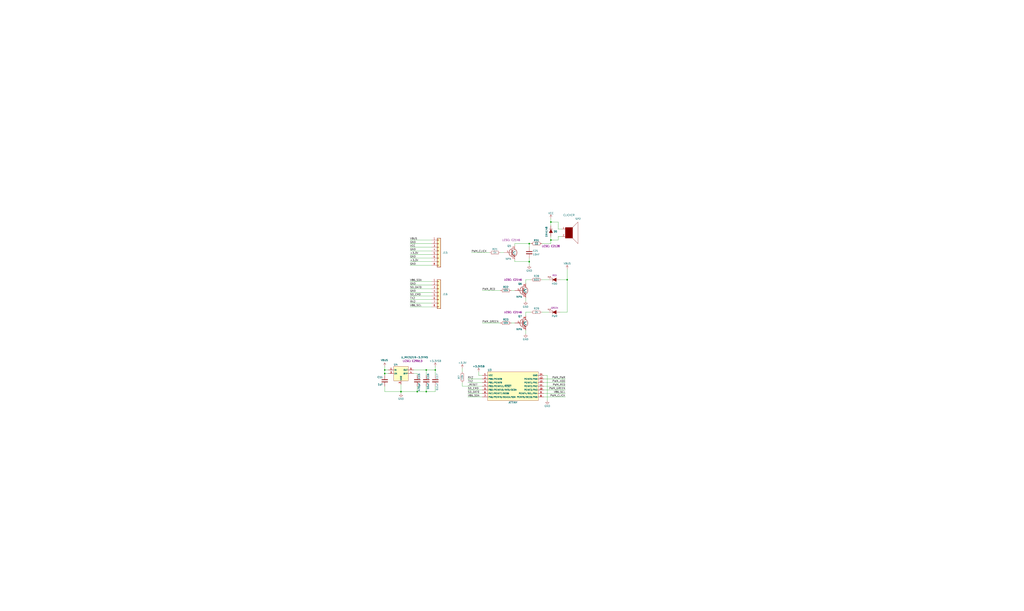
<source format=kicad_sch>
(kicad_sch (version 20250114) (generator "eeschema") (generator_version "9.0")
  (paper "User" 720 429.997)
  (title_block (title "MiniCamel") (date "2024-06-18") (rev "0.1") (company "Matt Schultz") (comment 1 "Based on TinyLlama 2 by Eivind Bøhler"))
  (lib_symbols
    (symbol "Connector_Generic:Conn_01x08" (pin_names (offset 1.016) (hide yes))
      (property "Reference" "J" (at 0 10.16 0))
      (property "Value" "Conn_01x08" (at 0 -12.7 0))
      (symbol "Conn_01x08_1_1"
        (rectangle (start -1.27 8.89) (end 1.27 -11.43) (stroke (width 0.254)) (fill (type background)))
        (rectangle (start -1.27 7.747) (end 0 7.493) (stroke (width 0.1524)))
        (rectangle (start -1.27 5.207) (end 0 4.953) (stroke (width 0.1524)))
        (rectangle (start -1.27 2.667) (end 0 2.413) (stroke (width 0.1524)))
        (rectangle (start -1.27 0.127) (end 0 -0.127) (stroke (width 0.1524)))
        (rectangle (start -1.27 -2.413) (end 0 -2.667) (stroke (width 0.1524)))
        (rectangle (start -1.27 -4.953) (end 0 -5.207) (stroke (width 0.1524)))
        (rectangle (start -1.27 -7.493) (end 0 -7.747) (stroke (width 0.1524)))
        (rectangle (start -1.27 -10.033) (end 0 -10.287) (stroke (width 0.1524)))
        (pin passive line (at -5.08 7.62 0) (length 3.81) (name "Pin_1") (number "1"))
        (pin passive line (at -5.08 5.08 0) (length 3.81) (name "Pin_2") (number "2"))
        (pin passive line (at -5.08 2.54 0) (length 3.81) (name "Pin_3") (number "3"))
        (pin passive line (at -5.08 0 0) (length 3.81) (name "Pin_4") (number "4"))
        (pin passive line (at -5.08 -2.54 0) (length 3.81) (name "Pin_5") (number "5"))
        (pin passive line (at -5.08 -5.08 0) (length 3.81) (name "Pin_6") (number "6"))
        (pin passive line (at -5.08 -7.62 0) (length 3.81) (name "Pin_7") (number "7"))
        (pin passive line (at -5.08 -10.16 0) (length 3.81) (name "Pin_8") (number "8"))
      )
    )
    (symbol "llama_shared:+3.3V" (power) (pin_names (offset 0))
      (property "Value" "+3.3V" (at 0 3.81 0))
      (symbol "+3.3V_1_1"
        (polyline (pts (xy -0.762 1.27) (xy 0 2.54)))
        (polyline (pts (xy 0 2.54) (xy 0.762 1.27)))
        (polyline (pts (xy 0 0) (xy 0 2.54)))
        (pin power_in line (at 0 0 90) (length 0) (hide yes) (name "+3.3V") (number "1"))
      )
    )
    (symbol "llama_shared:+3.3VSB" (power) (pin_names (offset 0))
      (property "Value" "+3.3VSB" (at 0 3.81 0))
      (symbol "+3.3VSB_1_1"
        (polyline (pts (xy -0.762 1.27) (xy 0 2.54)))
        (polyline (pts (xy 0 2.54) (xy 0.762 1.27)))
        (polyline (pts (xy 0 0) (xy 0 2.54)))
        (pin power_in line (at 0 0 90) (length 0) (hide yes) (name "+3.3VSB") (number "1"))
      )
    )
    (symbol "llama_shared:+5VSB" (power) (pin_names (offset 0))
      (property "Value" "+5VSB" (at 0 3.81 0))
      (symbol "+5VSB_1_1"
        (polyline (pts (xy -0.762 1.27) (xy 0 2.54)))
        (polyline (pts (xy 0 2.54) (xy 0.762 1.27)))
        (polyline (pts (xy 0 0) (xy 0 2.54)))
        (pin power_in line (at 0 0 90) (length 0) (hide yes) (name "+5VSB") (number "1"))
      )
    )
    (symbol "llama_shared:C" (pin_numbers (hide yes)) (pin_names (offset 1.016))
      (property "Reference" "C" (at 2.54 -1.27 0))
      (property "Value" "C" (at 2.54 1.27 0))
      (symbol "C_1_1"
        (polyline (pts (xy -2.032 0.762) (xy 2.032 0.762)) (stroke (width 0.508)))
        (polyline (pts (xy -2.032 -0.762) (xy 2.032 -0.762)) (stroke (width 0.508)))
        (pin passive line (at 0 3.81 270) (length 2.794) (name "~") (number "1"))
        (pin passive line (at 0 -3.81 90) (length 2.794) (name "~") (number "2"))
      )
    )
    (symbol "llama_shared:D" (pin_numbers (hide yes)) (pin_names (offset 1.016) (hide yes))
      (property "Reference" "D" (at 0 2.54 0))
      (property "Value" "D" (at 0 -2.54 0))
      (symbol "D_1_1"
        (polyline (pts (xy -1.27 1.27) (xy -1.27 -1.27)) (stroke (width 0.1524)))
        (polyline (pts (xy 1.27 1.27) (xy -1.27 0) (xy 1.27 -1.27) (xy 1.27 1.27)) (fill (type outline)))
        (pin passive line (at -3.81 0 0) (length 2.54) (name "K") (number "1"))
        (pin passive line (at 3.81 0 180) (length 2.54) (name "A") (number "2"))
      )
    )
    (symbol "llama_shared:D_LED" (pin_numbers (hide yes)) (pin_names (offset 1.016) (hide yes))
      (property "Reference" "D" (at 0 2.54 0))
      (property "Value" "D_LED" (at 0 -3.81 0))
      (symbol "D_LED_1_1"
        (polyline (pts (xy -3.048 -0.762) (xy -4.572 -2.286) (xy -3.81 -2.286) (xy -4.572 -2.286) (xy -4.572 -1.524)))
        (polyline (pts (xy -1.778 -0.762) (xy -3.302 -2.286) (xy -2.54 -2.286) (xy -3.302 -2.286) (xy -3.302 -1.524)))
        (polyline (pts (xy -1.27 0) (xy 1.27 0)))
        (polyline (pts (xy -1.27 -1.27) (xy -1.27 1.27)) (stroke (width 0.2032)))
        (polyline (pts (xy 1.27 -1.27) (xy 1.27 1.27) (xy -1.27 0) (xy 1.27 -1.27)) (stroke (width 0.2032)) (fill (type outline)))
        (pin passive line (at -3.81 0 0) (length 2.54) (name "K") (number "1"))
        (pin passive line (at 3.81 0 180) (length 2.54) (name "A") (number "2"))
      )
    )
    (symbol "llama_shared:GND" (power) (pin_names (offset 0))
      (property "Value" "GND" (at 0 -3.81 0))
      (symbol "GND_1_1"
        (polyline (pts (xy 0 0) (xy 0 -1.27) (xy 1.27 -1.27) (xy 0 -2.54) (xy -1.27 -1.27) (xy 0 -1.27)))
        (pin power_in line (at 0 0 270) (length 0) (hide yes) (name "GND") (number "1"))
      )
    )
    (symbol "llama_shared:Q_NPN_BEC" (pin_names (offset 1.016))
      (property "Reference" "Q" (at -2.54 3.81 0))
      (property "Value" "Q_NPN_BEC" (at 6.35 -3.81 0))
      (symbol "Q_NPN_BEC_1_1"
        (polyline (pts (xy -1.27 0) (xy -0.635 0)))
        (polyline (pts (xy -0.635 1.905) (xy -0.635 -1.905) (xy -0.635 -1.905)) (stroke (width 0.508)))
        (circle (center 0 0) (radius 2.8194) (stroke (width 0.254)))
        (polyline (pts (xy 0.127 -1.905) (xy 0.635 -1.397) (xy 1.143 -2.413) (xy 0.127 -1.905) (xy 0.127 -1.905)) (fill (type outline)))
        (polyline (pts (xy 1.143 -2.413) (xy 0.635 -1.905) (xy 0.635 -1.905)))
        (polyline (pts (xy 1.27 2.54) (xy -0.635 0.635)))
        (polyline (pts (xy 1.27 -2.54) (xy -0.635 -0.635)))
        (pin input line (at -6.35 0 0) (length 5.08) (name "B") (number "1"))
        (pin passive line (at 1.27 5.08 270) (length 2.54) (name "C") (number "3"))
        (pin passive line (at 1.27 -5.08 90) (length 2.54) (name "E") (number "2"))
      )
    )
    (symbol "llama_shared:R" (pin_numbers (hide yes)) (pin_names (offset 0))
      (property "Reference" "R" (at 1.27 1.27 0))
      (property "Value" "R" (at 1.27 -1.27 0))
      (symbol "R_1_1"
        (rectangle (start -1.016 -2.54) (end 1.016 2.54) (stroke (width 0.1524)))
        (pin passive line (at 0 3.81 270) (length 1.27) (name "~") (number "1"))
        (pin passive line (at 0 -3.81 90) (length 1.27) (name "~") (number "2"))
      )
    )
    (symbol "llama_shared:SP" (pin_names (offset 1.016))
      (property "Reference" "SP" (at 0 5.08 0))
      (property "Value" "SP" (at 0 -7.62 0))
      (symbol "SP_1_0"
        (polyline (pts (xy -2.54 3.81) (xy 2.54 3.81) (xy 2.54 -3.81) (xy -2.54 -3.81) (xy -2.54 3.81)) (fill (type outline)))
        (polyline (pts (xy 2.54 3.81) (xy 6.35 7.62) (xy 6.35 -7.62) (xy 2.54 -3.81)))
      )
      (symbol "SP_1_1"
        (pin passive line (at -5.08 2.54 0) (length 2.54) (name "~") (number "1"))
        (pin passive line (at -5.08 -2.54 0) (length 2.54) (name "~") (number "2"))
      )
    )
    (symbol "llama_shared:U_ATTINY84A"
      (property "Reference" "U" (at -17.78 7.62 0))
      (property "Value" "U_ATTINY84A" (at 0 -15.24 0))
      (symbol "U_ATTINY84A_0_0"
        (text "" (at -15.24 1.27 0) (effects (font (size 1.27 1.27))))
      )
      (symbol "U_ATTINY84A_1_1"
        (rectangle (start -17.78 6.35) (end 17.78 -13.97) (fill (type background)))
        (pin power_in line (at -21.59 3.81 0) (length 3.81) (name "VCC") (number "1"))
        (pin bidirectional line (at -21.59 1.27 0) (length 3.81) (name "PB0/PCINT8") (number "2"))
        (pin bidirectional line (at -21.59 -1.27 0) (length 3.81) (name "PB1/PCINT9") (number "3"))
        (pin bidirectional line (at -21.59 -3.81 0) (length 3.81) (name "PB3/PCINT11/~{RESET}") (number "4"))
        (pin bidirectional line (at -21.59 -6.35 0) (length 3.81) (name "PB2/PCINT10/INT0/OC0A") (number "5"))
        (pin bidirectional line (at -21.59 -8.89 0) (length 3.81) (name "PA7/PCINT7/OC0B") (number "6"))
        (pin bidirectional line (at -21.59 -11.43 0) (length 3.81) (name "PA6/PCINT6/OCA1A/SDA") (number "7"))
        (pin power_in line (at 21.59 3.81 180) (length 3.81) (name "GND") (number "14"))
        (pin bidirectional line (at 21.59 1.27 180) (length 3.81) (name "PCINT0/PA0") (number "13"))
        (pin bidirectional line (at 21.59 -1.27 180) (length 3.81) (name "PCINT1/PA1") (number "12"))
        (pin bidirectional line (at 21.59 -3.81 180) (length 3.81) (name "PCINT2/PA2") (number "11"))
        (pin bidirectional line (at 21.59 -6.35 180) (length 3.81) (name "PCINT3/PA3") (number "10"))
        (pin bidirectional line (at 21.59 -8.89 180) (length 3.81) (name "PCINT4/SCL/PA4") (number "9"))
        (pin bidirectional line (at 21.59 -11.43 180) (length 3.81) (name "PCINT5/OC1B/PA5") (number "8"))
      )
    )
    (symbol "llama_shared:U_MIC5219-3.3YM5" (pin_names (offset 0.254))
      (property "Reference" "U" (at -5.08 6.35 0))
      (property "Value" "U_MIC5219-3.3YM5" (at 3.81 -7.62 0))
      (property "LCSC" "C29613" (at 3.81 -10.16 0) (show_name))
      (symbol "U_MIC5219-3.3YM5_1_1"
        (rectangle (start -5.08 5.08) (end 5.08 -5.08) (fill (type background)))
        (pin power_in line (at -8.89 2.54 0) (length 3.81) (name "IN") (number "1"))
        (pin input line (at -8.89 0 0) (length 3.81) (name "EN") (number "3"))
        (pin power_in line (at 0 -7.62 90) (length 2.54) (name "GND") (number "2"))
        (pin power_out line (at 8.89 2.54 180) (length 3.81) (name "OUT") (number "5"))
        (pin input line (at 8.89 0 180) (length 3.81) (name "BYP") (number "4"))
      )
    )
    (symbol "llama_shared:VCC" (power) (pin_names (offset 0))
      (property "Value" "VCC" (at 0 3.81 0))
      (symbol "VCC_1_1"
        (polyline (pts (xy -0.762 1.27) (xy 0 2.54)))
        (polyline (pts (xy 0 2.54) (xy 0.762 1.27)))
        (polyline (pts (xy 0 0) (xy 0 2.54)))
        (pin power_in line (at 0 0 90) (length 0) (hide yes) (name "VCC") (number "1"))
      )
    )
  )
  (junction (at 372.11 184.15))
  (junction (at 299.72 275.59))
  (junction (at 293.37 275.59))
  (junction (at 306.07 260.35))
  (junction (at 398.78 196.85))
  (junction (at 299.72 260.35))
  (junction (at 270.51 260.35))
  (junction (at 387.35 168.91))
  (junction (at 372.11 171.45))
  (junction (at 270.51 262.89))
  (junction (at 281.94 275.59))
  (junction (at 387.35 156.21))
  (wire (pts (xy 382.27 266.7) (xy 397.51 266.7)))
  (wire (pts (xy 387.35 171.45) (xy 381 171.45)))
  (wire (pts (xy 387.35 171.45) (xy 387.35 168.91)))
  (wire (pts (xy 288.29 181.61) (xy 303.53 181.61)))
  (wire (pts (xy 288.29 198.12) (xy 303.53 198.12)))
  (wire (pts (xy 288.29 184.15) (xy 303.53 184.15)))
  (wire (pts (xy 339.09 271.78) (xy 325.12 271.78)))
  (wire (pts (xy 394.97 166.37) (xy 392.43 166.37)))
  (wire (pts (xy 392.43 168.91) (xy 387.35 168.91)))
  (wire (pts (xy 382.27 279.4) (xy 397.51 279.4)))
  (wire (pts (xy 288.29 203.2) (xy 303.53 203.2)))
  (wire (pts (xy 288.29 186.69) (xy 303.53 186.69)))
  (wire (pts (xy 369.57 196.85) (xy 369.57 199.39)))
  (wire (pts (xy 273.05 260.35) (xy 270.51 260.35)))
  (wire (pts (xy 288.29 168.91) (xy 303.53 168.91)))
  (wire (pts (xy 328.93 266.7) (xy 339.09 266.7)))
  (wire (pts (xy 293.37 271.78) (xy 293.37 275.59)))
  (wire (pts (xy 288.29 173.99) (xy 303.53 173.99)))
  (wire (pts (xy 392.43 161.29) (xy 392.43 156.21)))
  (wire (pts (xy 281.94 276.86) (xy 281.94 275.59)))
  (wire (pts (xy 381 196.85) (xy 386.08 196.85)))
  (wire (pts (xy 372.11 171.45) (xy 372.11 173.99)))
  (wire (pts (xy 398.78 196.85) (xy 398.78 219.71)))
  (wire (pts (xy 288.29 200.66) (xy 303.53 200.66)))
  (wire (pts (xy 339.09 227.33) (xy 351.79 227.33)))
  (wire (pts (xy 392.43 166.37) (xy 392.43 168.91)))
  (wire (pts (xy 273.05 262.89) (xy 270.51 262.89)))
  (wire (pts (xy 290.83 262.89) (xy 293.37 262.89)))
  (wire (pts (xy 306.07 260.35) (xy 306.07 264.16)))
  (wire (pts (xy 325.12 271.78) (xy 325.12 269.24)))
  (wire (pts (xy 359.41 227.33) (xy 361.95 227.33)))
  (wire (pts (xy 372.11 181.61) (xy 372.11 184.15)))
  (wire (pts (xy 270.51 262.89) (xy 270.51 260.35)))
  (wire (pts (xy 398.78 189.23) (xy 398.78 196.85)))
  (wire (pts (xy 393.7 219.71) (xy 398.78 219.71)))
  (wire (pts (xy 351.79 177.8) (xy 354.33 177.8)))
  (wire (pts (xy 393.7 196.85) (xy 398.78 196.85)))
  (wire (pts (xy 336.55 261.62) (xy 336.55 264.16)))
  (wire (pts (xy 387.35 166.37) (xy 387.35 168.91)))
  (wire (pts (xy 369.57 219.71) (xy 369.57 222.25)))
  (wire (pts (xy 331.47 177.8) (xy 344.17 177.8)))
  (wire (pts (xy 382.27 274.32) (xy 397.51 274.32)))
  (wire (pts (xy 382.27 269.24) (xy 397.51 269.24)))
  (wire (pts (xy 288.29 208.28) (xy 303.53 208.28)))
  (wire (pts (xy 382.27 276.86) (xy 397.51 276.86)))
  (wire (pts (xy 290.83 260.35) (xy 299.72 260.35)))
  (wire (pts (xy 359.41 204.47) (xy 361.95 204.47)))
  (wire (pts (xy 293.37 262.89) (xy 293.37 264.16)))
  (wire (pts (xy 372.11 184.15) (xy 372.11 186.69)))
  (wire (pts (xy 328.93 269.24) (xy 339.09 269.24)))
  (wire (pts (xy 361.95 171.45) (xy 372.11 171.45)))
  (wire (pts (xy 288.29 213.36) (xy 303.53 213.36)))
  (wire (pts (xy 382.27 271.78) (xy 397.51 271.78)))
  (wire (pts (xy 369.57 232.41) (xy 369.57 234.95)))
  (wire (pts (xy 288.29 205.74) (xy 303.53 205.74)))
  (wire (pts (xy 306.07 275.59) (xy 306.07 271.78)))
  (wire (pts (xy 270.51 275.59) (xy 281.94 275.59)))
  (wire (pts (xy 369.57 209.55) (xy 369.57 212.09)))
  (wire (pts (xy 325.12 259.08) (xy 325.12 261.62)))
  (wire (pts (xy 339.09 264.16) (xy 336.55 264.16)))
  (wire (pts (xy 288.29 176.53) (xy 303.53 176.53)))
  (wire (pts (xy 369.57 196.85) (xy 373.38 196.85)))
  (wire (pts (xy 339.09 204.47) (xy 351.79 204.47)))
  (wire (pts (xy 293.37 275.59) (xy 299.72 275.59)))
  (wire (pts (xy 270.51 262.89) (xy 270.51 264.16)))
  (wire (pts (xy 299.72 271.78) (xy 299.72 275.59)))
  (wire (pts (xy 369.57 219.71) (xy 373.38 219.71)))
  (wire (pts (xy 306.07 257.81) (xy 306.07 260.35)))
  (wire (pts (xy 328.93 279.4) (xy 339.09 279.4)))
  (wire (pts (xy 270.51 257.81) (xy 270.51 260.35)))
  (wire (pts (xy 299.72 260.35) (xy 306.07 260.35)))
  (wire (pts (xy 361.95 182.88) (xy 361.95 184.15)))
  (wire (pts (xy 394.97 161.29) (xy 392.43 161.29)))
  (wire (pts (xy 270.51 271.78) (xy 270.51 275.59)))
  (wire (pts (xy 382.27 264.16) (xy 384.81 264.16)))
  (wire (pts (xy 392.43 156.21) (xy 387.35 156.21)))
  (wire (pts (xy 299.72 275.59) (xy 306.07 275.59)))
  (wire (pts (xy 361.95 184.15) (xy 372.11 184.15)))
  (wire (pts (xy 328.93 276.86) (xy 339.09 276.86)))
  (wire (pts (xy 361.95 172.72) (xy 361.95 171.45)))
  (wire (pts (xy 288.29 210.82) (xy 303.53 210.82)))
  (wire (pts (xy 384.81 264.16) (xy 384.81 281.94)))
  (wire (pts (xy 299.72 260.35) (xy 299.72 264.16)))
  (wire (pts (xy 381 219.71) (xy 386.08 219.71)))
  (wire (pts (xy 303.53 215.9) (xy 288.29 215.9)))
  (wire (pts (xy 281.94 270.51) (xy 281.94 275.59)))
  (wire (pts (xy 387.35 153.67) (xy 387.35 156.21)))
  (wire (pts (xy 387.35 156.21) (xy 387.35 158.75)))
  (wire (pts (xy 288.29 171.45) (xy 303.53 171.45)))
  (wire (pts (xy 288.29 179.07) (xy 303.53 179.07)))
  (wire (pts (xy 328.93 274.32) (xy 339.09 274.32)))
  (wire (pts (xy 281.94 275.59) (xy 293.37 275.59)))
  (wire (pts (xy 372.11 171.45) (xy 373.38 171.45)))
  (label "PWM_CLICK" (at 397.51 279.4 180))
  (label "RX2" (at 288.29 213.36 0))
  (label "SD_CMD" (at 288.29 208.28 0))
  (label "+3.3V" (at 288.29 179.07 0))
  (label "PWM_RED" (at 397.51 271.78 180))
  (label "PWM_HDD" (at 397.51 269.24 180))
  (label "PWM_GREEN" (at 397.51 274.32 180))
  (label "PWM_GREEN" (at 339.09 227.33 0))
  (label "+3.3V" (at 288.29 184.15 0))
  (label "RX2" (at 328.93 266.7 0))
  (label "GND" (at 288.29 181.61 0))
  (label "GND" (at 288.29 171.45 0))
  (label "SD_DAT0" (at 328.93 276.86 0))
  (label "GND" (at 288.29 205.74 0))
  (label "V86_SCL" (at 288.29 215.9 0))
  (label "GND" (at 288.29 186.69 0))
  (label "PWM_PWR" (at 397.51 266.7 180))
  (label "PWM_RED" (at 339.09 204.47 0))
  (label "GND" (at 288.29 200.66 0))
  (label "SD_DAT0" (at 288.29 203.2 0))
  (label "_RESET" (at 328.93 271.78 0))
  (label "V86_SCL" (at 397.51 276.86 180))
  (label "V86_SDA" (at 288.29 198.12 0))
  (label "PWM_CLICK" (at 331.47 177.8 0))
  (label "TX2" (at 288.29 210.82 0))
  (label "VBUS" (at 288.29 168.91 0))
  (label "TX2" (at 328.93 269.24 0))
  (label "GND" (at 288.29 176.53 0))
  (label "V86_SDA" (at 328.93 279.4 0))
  (label "VCC" (at 288.29 173.99 0))
  (label "SD_CMD" (at 328.93 274.32 0))
  (symbol (lib_id "llama_shared:+5VSB") (at 398.78 189.23 0) (unit 1)
    (property "Reference" "#PWR063" (effects (hide yes)))
    (property "Value" "VBUS" (at 398.78 185.42 0))
  )
  (symbol (lib_id "llama_shared:SP") (at 400.05 163.83 0) (unit 1)
    (property "Reference" "SP2" (at 404.4949 154.0315 0) (effects (justify left)))
    (property "Value" "CLICKER" (at 395.986 151.384 0) (effects (justify left)))
    (property "Footprint" "SnipE Footprints:XDCR_SMT-0927-S-12-R" (effects (hide yes)))
    (property "LCSC" "C252917" (effects (hide yes)))
    (property "Label" "HDD CLICKER" (effects (hide yes)))
    (property "MANUFACTURER" "Pui Audio" (effects (hide yes)))
    (property "MAXIMUM_PACKAGE_HEIGHT" "4.2 mm" (effects (hide yes)))
    (property "PARTREV" "1/19/2017" (effects (hide yes)))
    (property "STANDARD" "Manufacturer Recommendations" (effects (hide yes)))
  )
  (symbol (lib_id "llama_shared:GND") (at 384.81 281.94 0) (mirror y) (unit 1)
    (property "Reference" "#PWR039" (effects (hide yes)))
    (property "Value" "GND" (at 384.81 285.75 0))
  )
  (symbol (lib_id "llama_shared:R") (at 355.6 227.33 90) (unit 1)
    (property "Reference" "R23" (at 355.6 224.9383 90))
    (property "Value" "10k" (at 355.6 226.4434 90) (effects (justify bottom)))
    (property "Footprint" "SnipE Footprints:R_0603_1608Metric" (effects (hide yes)))
    (property "LCSC" "C207017" (effects (hide yes)))
    (property "Note" "Hold@1A" (effects (hide yes)))
    (property "Note2" "Trip@1.8A" (effects (hide yes)))
  )
  (symbol (lib_id "llama_shared:+3.3VSB") (at 336.55 261.62 0) (unit 1)
    (property "Reference" "#PWR027" (effects (hide yes)))
    (property "Value" "+3.3VSB" (at 336.55 257.81 0))
  )
  (symbol (lib_id "llama_shared:Q_NPN_BEC") (at 368.3 204.47 0) (unit 1)
    (property "Reference" "Q6" (at 364.2614 199.7515 0) (effects (justify left)))
    (property "Value" "NPN" (at 362.9914 208.8766 0) (effects (justify left)))
    (property "Footprint" "SnipE Footprints:Q_BJT_SOT-23-3" (effects (hide yes)))
    (property "LCSC" "C2146" (at 367.03 196.85 0) (show_name yes) (effects (justify right)))
  )
  (symbol (lib_id "llama_shared:U_ATTINY84A") (at 360.68 267.97 0) (unit 1)
    (property "Reference" "U3" (at 342.9 260.35 0) (effects (justify left)))
    (property "Value" "ATTINY" (at 360.68 283.21 0))
    (property "Footprint" "Package_SO:SOIC-14_3.9x8.7mm_P1.27mm" (effects (hide yes)))
  )
  (symbol (lib_id "llama_shared:C") (at 372.11 177.8 0) (unit 1)
    (property "Reference" "C21" (at 374.65 176.53 0) (effects (justify left)))
    (property "Value" "10nF" (at 374.65 179.07 0) (effects (justify left)))
    (property "Footprint" "SnipE Footprints:C_0603_1608Metric" (effects (hide yes)))
    (property "LCSC" "C207017" (effects (hide yes)))
    (property "Note" "Hold@1A" (effects (hide yes)))
    (property "Note2" "Trip@1.8A" (effects (hide yes)))
  )
  (symbol (lib_id "llama_shared:+3.3VSB") (at 306.07 257.81 0) (unit 1)
    (property "Reference" "#PWR042" (effects (hide yes)))
    (property "Value" "+3.3VSB" (at 306.07 254 0))
  )
  (symbol (lib_id "llama_shared:Q_NPN_BEC") (at 360.68 177.8 0) (unit 1)
    (property "Reference" "Q5" (at 356.6414 173.0815 0) (effects (justify left)))
    (property "Value" "NPN" (at 355.3714 182.2066 0) (effects (justify left)))
    (property "Footprint" "SnipE Footprints:Q_BJT_SOT-23-3" (effects (hide yes)))
    (property "LCSC" "C2146" (at 359.41 168.91 0) (show_name yes))
  )
  (symbol (lib_id "llama_shared:Q_NPN_BEC") (at 368.3 227.33 0) (unit 1)
    (property "Reference" "Q7" (at 364.2614 222.6115 0) (effects (justify left)))
    (property "Value" "NPN" (at 362.9914 231.7366 0) (effects (justify left)))
    (property "Footprint" "SnipE Footprints:Q_BJT_SOT-23-3" (effects (hide yes)))
    (property "LCSC" "C2146" (at 367.03 219.71 0) (show_name yes) (effects (justify right)))
  )
  (symbol (lib_id "llama_shared:D") (at 387.35 162.56 270) (unit 1)
    (property "Reference" "D5" (at 391.8712 162.9215 90) (effects (justify right)))
    (property "Value" "1N4148" (at 384.2512 166.9666 0) (effects (justify right)))
    (property "Footprint" "SnipE Footprints:D_SOD-323F" (effects (hide yes)))
    (property "LCSC" "C2128" (at 387.35 173.228 90) (show_name yes))
  )
  (symbol (lib_id "llama_shared:R") (at 377.19 171.45 270) (unit 1)
    (property "Reference" "R31" (at 377.19 169.164 90))
    (property "Value" "33" (at 377.19 172.212 90) (effects (justify bottom)))
    (property "Footprint" "SnipE Footprints:R_0603_1608Metric" (effects (hide yes)))
    (property "LCSC" "C207017" (effects (hide yes)))
    (property "Note" "Hold@1A" (effects (hide yes)))
    (property "Note2" "Trip@1.8A" (effects (hide yes)))
  )
  (symbol (lib_id "llama_shared:R") (at 377.19 196.85 90) (unit 1)
    (property "Reference" "R28" (at 377.19 194.31 90))
    (property "Value" "600" (at 377.19 196.088 90) (effects (justify bottom)))
    (property "Footprint" "SnipE Footprints:R_0603_1608Metric" (effects (hide yes)))
    (property "LCSC" "C207017" (effects (hide yes)))
    (property "Note" "Hold@1A" (effects (hide yes)))
    (property "Note2" "Trip@1.8A" (effects (hide yes)))
  )
  (symbol (lib_id "llama_shared:VCC") (at 387.35 153.67 0) (unit 1)
    (property "Reference" "#PWR061" (effects (hide yes)))
    (property "Value" "VCC" (at 387.35 150.0655 0))
  )
  (symbol (lib_id "llama_shared:GND") (at 281.94 276.86 0) (unit 1)
    (property "Reference" "#PWR035" (effects (hide yes)))
    (property "Value" "GND" (at 281.94 280.67 0))
  )
  (symbol (lib_id "llama_shared:R") (at 377.19 219.71 90) (unit 1)
    (property "Reference" "R29" (at 377.19 217.17 90))
    (property "Value" "2k" (at 377.19 218.948 90) (effects (justify bottom)))
    (property "Footprint" "SnipE Footprints:R_0603_1608Metric" (effects (hide yes)))
    (property "LCSC" "C207017" (effects (hide yes)))
    (property "Note" "Hold@1A" (effects (hide yes)))
    (property "Note2" "Trip@1.8A" (effects (hide yes)))
  )
  (symbol (lib_id "llama_shared:D_LED") (at 389.89 196.85 0) (mirror x) (unit 1)
    (property "Reference" "D7" (effects (hide yes)))
    (property "Value" "HDD" (at 389.89 199.644 0))
    (property "Footprint" "SnipE Footprints:LED_LTST-S220KSKT" (effects (hide yes)))
    (property "Description" "RED" (at 389.89 193.802 0) (effects (font (size 1 1))))
    (property "LCSC" "C130723" (effects (hide yes)))
    (property "MANUFACTURER" "Lite-On Inc." (effects (hide yes)))
    (property "MAXIMUM_PACKAGE_HEIGHT" "1mm" (effects (hide yes)))
    (property "PARTREV" "D" (effects (hide yes)))
    (property "STANDARD" "Manufacturer Recommendations" (effects (hide yes)))
  )
  (symbol (lib_id "llama_shared:R") (at 355.6 204.47 90) (unit 1)
    (property "Reference" "R22" (at 355.6 202.0783 90))
    (property "Value" "10k" (at 355.6 203.5834 90) (effects (justify bottom)))
    (property "Footprint" "SnipE Footprints:R_0603_1608Metric" (effects (hide yes)))
    (property "LCSC" "C207017" (effects (hide yes)))
    (property "Note" "Hold@1A" (effects (hide yes)))
    (property "Note2" "Trip@1.8A" (effects (hide yes)))
  )
  (symbol (lib_id "llama_shared:GND") (at 369.57 212.09 0) (unit 1)
    (property "Reference" "#PWR050" (effects (hide yes)))
    (property "Value" "GND" (at 369.57 215.9 0))
  )
  (symbol (lib_id "llama_shared:GND") (at 372.11 186.69 0) (unit 1)
    (property "Reference" "#PWR053" (effects (hide yes)))
    (property "Value" "GND" (at 372.11 190.5 0))
  )
  (symbol (lib_id "llama_shared:C") (at 306.07 267.97 180) (unit 1)
    (property "Reference" "C17" (at 307.34 266.7 90) (effects (justify right)))
    (property "Value" "0.1uF" (at 307.34 269.24 90) (effects (justify left)))
    (property "Footprint" "SnipE Footprints:C_0603_1608Metric" (effects (hide yes)))
    (property "LCSC" "C207017" (effects (hide yes)))
    (property "Note" "Hold@1A" (effects (hide yes)))
    (property "Note2" "Trip@1.8A" (effects (hide yes)))
  )
  (symbol (lib_id "llama_shared:U_MIC5219-3.3YM5") (at 281.94 262.89 0) (unit 1)
    (property "Reference" "U4" (at 276.86 256.54 0) (effects (justify left)))
    (property "Value" "U_MIC5219-3.3YM5" (at 281.94 251.46 0) (effects (justify left)))
    (property "Footprint" "SnipE Footprints:U_SOT-23-5" (effects (hide yes)))
    (property "LCSC" "C29613" (at 283.21 254 0) (show_name yes) (effects (justify left)))
  )
  (symbol (lib_id "llama_shared:C") (at 293.37 267.97 0) (unit 1)
    (property "Reference" "C15" (at 294.64 266.7 90) (effects (justify left)))
    (property "Value" "470pF" (at 294.64 269.24 90) (effects (justify right)))
    (property "Footprint" "SnipE Footprints:C_0603_1608Metric" (effects (hide yes)))
    (property "LCSC" "C207017" (effects (hide yes)))
    (property "Note" "Hold@1A" (effects (hide yes)))
    (property "Note2" "Trip@1.8A" (effects (hide yes)))
  )
  (symbol (lib_id "llama_shared:R") (at 347.98 177.8 90) (unit 1)
    (property "Reference" "R21" (at 347.98 175.4083 90))
    (property "Value" "1k" (at 347.98 176.9134 90) (effects (justify bottom)))
    (property "Footprint" "SnipE Footprints:R_0603_1608Metric" (effects (hide yes)))
    (property "LCSC" "C207017" (effects (hide yes)))
    (property "Note" "Hold@1A" (effects (hide yes)))
    (property "Note2" "Trip@1.8A" (effects (hide yes)))
  )
  (symbol (lib_id "llama_shared:+3.3V") (at 325.12 259.08 0) (unit 1)
    (property "Reference" "#PWR026" (effects (hide yes)))
    (property "Value" "+3.3V" (at 325.12 255.27 0))
  )
  (symbol (lib_id "llama_shared:D_LED") (at 389.89 219.71 0) (mirror x) (unit 1)
    (property "Reference" "D6" (effects (hide yes)))
    (property "Value" "PWR" (at 389.89 222.504 0))
    (property "Footprint" "SnipE Footprints:LED_LTST-S220KSKT" (effects (hide yes)))
    (property "Description" "GREEN" (at 389.89 216.662 0) (effects (font (size 1 1))))
    (property "LCSC" "C130723" (effects (hide yes)))
    (property "MANUFACTURER" "Lite-On Inc." (effects (hide yes)))
    (property "MAXIMUM_PACKAGE_HEIGHT" "1mm" (effects (hide yes)))
    (property "PARTREV" "D" (effects (hide yes)))
    (property "STANDARD" "Manufacturer Recommendations" (effects (hide yes)))
  )
  (symbol (lib_id "llama_shared:C") (at 299.72 267.97 0) (unit 1)
    (property "Reference" "C16" (at 300.99 266.7 90) (effects (justify left)))
    (property "Value" "10uF" (at 300.99 269.24 90) (effects (justify right)))
    (property "Footprint" "SnipE Footprints:C_0603_1608Metric" (effects (hide yes)))
    (property "LCSC" "C207017" (effects (hide yes)))
    (property "Note" "Hold@1A" (effects (hide yes)))
    (property "Note2" "Trip@1.8A" (effects (hide yes)))
  )
  (symbol (lib_id "llama_shared:+5VSB") (at 270.51 257.81 0) (unit 1)
    (property "Reference" "#PWR033" (effects (hide yes)))
    (property "Value" "VBUS" (at 270.256 253.492 0))
  )
  (symbol (lib_id "llama_shared:C") (at 270.51 267.97 0) (unit 1)
    (property "Reference" "C11" (at 269.24 265.43 0) (effects (justify right)))
    (property "Value" "1uF" (at 269.24 270.51 0) (effects (justify right)))
    (property "Footprint" "SnipE Footprints:C_0603_1608Metric" (effects (hide yes)))
    (property "LCSC" "C207017" (effects (hide yes)))
    (property "Note" "Hold@1A" (effects (hide yes)))
    (property "Note2" "Trip@1.8A" (effects (hide yes)))
  )
  (symbol (lib_id "Connector_Generic:Conn_01x08") (at 308.61 176.53 0) (unit 1)
    (property "Reference" "J15" (at 311.15 177.7999 0) (effects (justify left)))
    (property "Value" "Conn_01x06" (effects (hide yes)))
    (property "Footprint" "SnipE Footprints:PinHeader_1x08_P2.54mm_Vertical_no_outline" (effects (hide yes)))
    (property "Description" "Generic connector, single row, 01x08, script generated (kicad-library-utils/schlib/autogen/connector/)" (effects (hide yes)))
  )
  (symbol (lib_id "llama_shared:GND") (at 369.57 234.95 0) (unit 1)
    (property "Reference" "#PWR051" (effects (hide yes)))
    (property "Value" "GND" (at 369.57 238.76 0))
  )
  (symbol (lib_id "llama_shared:R") (at 325.12 265.43 180) (unit 1)
    (property "Reference" "R7" (at 322.7283 265.43 90))
    (property "Value" "10k" (at 324.2334 265.43 90) (effects (justify bottom)))
    (property "Footprint" "SnipE Footprints:R_0603_1608Metric" (effects (hide yes)))
    (property "LCSC" "C207017" (effects (hide yes)))
    (property "Note" "Hold@1A" (effects (hide yes)))
    (property "Note2" "Trip@1.8A" (effects (hide yes)))
  )
  (symbol (lib_id "Connector_Generic:Conn_01x08") (at 308.61 205.74 0) (unit 1)
    (property "Reference" "J16" (at 311.15 207.0099 0) (effects (justify left)))
    (property "Value" "Conn_01x06" (effects (hide yes)))
    (property "Footprint" "SnipE Footprints:PinHeader_1x08_P2.54mm_Vertical_no_outline" (effects (hide yes)))
    (property "Description" "Generic connector, single row, 01x08, script generated (kicad-library-utils/schlib/autogen/connector/)" (effects (hide yes)))
  )
)
</source>
